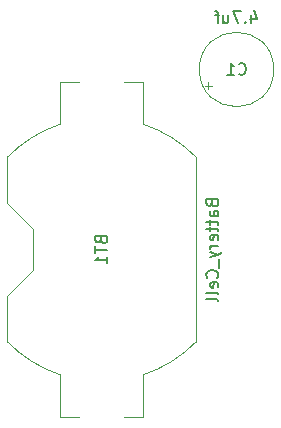
<source format=gbr>
%TF.GenerationSoftware,KiCad,Pcbnew,(5.1.8)-1*%
%TF.CreationDate,2021-08-08T22:25:58+05:30*%
%TF.ProjectId,1st,3173742e-6b69-4636-9164-5f7063625858,rev?*%
%TF.SameCoordinates,Original*%
%TF.FileFunction,Other,Fab,Bot*%
%FSLAX46Y46*%
G04 Gerber Fmt 4.6, Leading zero omitted, Abs format (unit mm)*
G04 Created by KiCad (PCBNEW (5.1.8)-1) date 2021-08-08 22:25:58*
%MOMM*%
%LPD*%
G01*
G04 APERTURE LIST*
%ADD10C,0.100000*%
%ADD11C,0.150000*%
G04 APERTURE END LIST*
D10*
%TO.C,BT1*%
X56260000Y-89082600D02*
X56260000Y-73477400D01*
X40260000Y-85180000D02*
X40260000Y-89082600D01*
X51760000Y-95480000D02*
X50160000Y-95480000D01*
X51760000Y-95480000D02*
X51760000Y-91892750D01*
X42460000Y-82980000D02*
X42460000Y-79580000D01*
X42460000Y-82980000D02*
X40260000Y-85180000D01*
X42460000Y-79580000D02*
X40260000Y-77380000D01*
X40260000Y-77380000D02*
X40260000Y-73477400D01*
X44760000Y-95480000D02*
X44760000Y-91892750D01*
X46360000Y-95480000D02*
X44760000Y-95480000D01*
X51760000Y-67080000D02*
X50160000Y-67080000D01*
X51760000Y-70667250D02*
X51760000Y-67080000D01*
X44760000Y-67080000D02*
X44760000Y-70667250D01*
X46360000Y-67080000D02*
X44760000Y-67080000D01*
X40260008Y-89082602D02*
G75*
G03*
X44760000Y-91892750I7999992J7802602D01*
G01*
X56259992Y-73477398D02*
G75*
G03*
X51760000Y-70667250I-7999992J-7802602D01*
G01*
X40260008Y-73477398D02*
G75*
G02*
X44760000Y-70667250I7999992J-7802602D01*
G01*
X56259992Y-89082602D02*
G75*
G02*
X51760000Y-91892750I-7999992J7802602D01*
G01*
%TO.C,C1*%
X57291028Y-67728500D02*
X57291028Y-67098500D01*
X56976028Y-67413500D02*
X57606028Y-67413500D01*
X62820000Y-66040000D02*
G75*
G03*
X62820000Y-66040000I-3150000J0D01*
G01*
%TD*%
%TO.C,BT1*%
D11*
X57586571Y-77375238D02*
X57634190Y-77518095D01*
X57681809Y-77565714D01*
X57777047Y-77613333D01*
X57919904Y-77613333D01*
X58015142Y-77565714D01*
X58062761Y-77518095D01*
X58110380Y-77422857D01*
X58110380Y-77041904D01*
X57110380Y-77041904D01*
X57110380Y-77375238D01*
X57158000Y-77470476D01*
X57205619Y-77518095D01*
X57300857Y-77565714D01*
X57396095Y-77565714D01*
X57491333Y-77518095D01*
X57538952Y-77470476D01*
X57586571Y-77375238D01*
X57586571Y-77041904D01*
X58110380Y-78470476D02*
X57586571Y-78470476D01*
X57491333Y-78422857D01*
X57443714Y-78327619D01*
X57443714Y-78137142D01*
X57491333Y-78041904D01*
X58062761Y-78470476D02*
X58110380Y-78375238D01*
X58110380Y-78137142D01*
X58062761Y-78041904D01*
X57967523Y-77994285D01*
X57872285Y-77994285D01*
X57777047Y-78041904D01*
X57729428Y-78137142D01*
X57729428Y-78375238D01*
X57681809Y-78470476D01*
X57443714Y-78803809D02*
X57443714Y-79184761D01*
X57110380Y-78946666D02*
X57967523Y-78946666D01*
X58062761Y-78994285D01*
X58110380Y-79089523D01*
X58110380Y-79184761D01*
X57443714Y-79375238D02*
X57443714Y-79756190D01*
X57110380Y-79518095D02*
X57967523Y-79518095D01*
X58062761Y-79565714D01*
X58110380Y-79660952D01*
X58110380Y-79756190D01*
X58062761Y-80470476D02*
X58110380Y-80375238D01*
X58110380Y-80184761D01*
X58062761Y-80089523D01*
X57967523Y-80041904D01*
X57586571Y-80041904D01*
X57491333Y-80089523D01*
X57443714Y-80184761D01*
X57443714Y-80375238D01*
X57491333Y-80470476D01*
X57586571Y-80518095D01*
X57681809Y-80518095D01*
X57777047Y-80041904D01*
X58110380Y-80946666D02*
X57443714Y-80946666D01*
X57634190Y-80946666D02*
X57538952Y-80994285D01*
X57491333Y-81041904D01*
X57443714Y-81137142D01*
X57443714Y-81232380D01*
X57443714Y-81470476D02*
X58110380Y-81708571D01*
X57443714Y-81946666D02*
X58110380Y-81708571D01*
X58348476Y-81613333D01*
X58396095Y-81565714D01*
X58443714Y-81470476D01*
X58205619Y-82089523D02*
X58205619Y-82851428D01*
X58015142Y-83660952D02*
X58062761Y-83613333D01*
X58110380Y-83470476D01*
X58110380Y-83375238D01*
X58062761Y-83232380D01*
X57967523Y-83137142D01*
X57872285Y-83089523D01*
X57681809Y-83041904D01*
X57538952Y-83041904D01*
X57348476Y-83089523D01*
X57253238Y-83137142D01*
X57158000Y-83232380D01*
X57110380Y-83375238D01*
X57110380Y-83470476D01*
X57158000Y-83613333D01*
X57205619Y-83660952D01*
X58062761Y-84470476D02*
X58110380Y-84375238D01*
X58110380Y-84184761D01*
X58062761Y-84089523D01*
X57967523Y-84041904D01*
X57586571Y-84041904D01*
X57491333Y-84089523D01*
X57443714Y-84184761D01*
X57443714Y-84375238D01*
X57491333Y-84470476D01*
X57586571Y-84518095D01*
X57681809Y-84518095D01*
X57777047Y-84041904D01*
X58110380Y-85089523D02*
X58062761Y-84994285D01*
X57967523Y-84946666D01*
X57110380Y-84946666D01*
X58110380Y-85613333D02*
X58062761Y-85518095D01*
X57967523Y-85470476D01*
X57110380Y-85470476D01*
X48188571Y-80494285D02*
X48236190Y-80637142D01*
X48283809Y-80684761D01*
X48379047Y-80732380D01*
X48521904Y-80732380D01*
X48617142Y-80684761D01*
X48664761Y-80637142D01*
X48712380Y-80541904D01*
X48712380Y-80160952D01*
X47712380Y-80160952D01*
X47712380Y-80494285D01*
X47760000Y-80589523D01*
X47807619Y-80637142D01*
X47902857Y-80684761D01*
X47998095Y-80684761D01*
X48093333Y-80637142D01*
X48140952Y-80589523D01*
X48188571Y-80494285D01*
X48188571Y-80160952D01*
X47712380Y-81018095D02*
X47712380Y-81589523D01*
X48712380Y-81303809D02*
X47712380Y-81303809D01*
X48712380Y-82446666D02*
X48712380Y-81875238D01*
X48712380Y-82160952D02*
X47712380Y-82160952D01*
X47855238Y-82065714D01*
X47950476Y-81970476D01*
X47998095Y-81875238D01*
%TO.C,C1*%
X60931904Y-61425714D02*
X60931904Y-62092380D01*
X61170000Y-61044761D02*
X61408095Y-61759047D01*
X60789047Y-61759047D01*
X60408095Y-61997142D02*
X60360476Y-62044761D01*
X60408095Y-62092380D01*
X60455714Y-62044761D01*
X60408095Y-61997142D01*
X60408095Y-62092380D01*
X60027142Y-61092380D02*
X59360476Y-61092380D01*
X59789047Y-62092380D01*
X58550952Y-61425714D02*
X58550952Y-62092380D01*
X58979523Y-61425714D02*
X58979523Y-61949523D01*
X58931904Y-62044761D01*
X58836666Y-62092380D01*
X58693809Y-62092380D01*
X58598571Y-62044761D01*
X58550952Y-61997142D01*
X58217619Y-61425714D02*
X57836666Y-61425714D01*
X58074761Y-62092380D02*
X58074761Y-61235238D01*
X58027142Y-61140000D01*
X57931904Y-61092380D01*
X57836666Y-61092380D01*
X59836666Y-66397142D02*
X59884285Y-66444761D01*
X60027142Y-66492380D01*
X60122380Y-66492380D01*
X60265238Y-66444761D01*
X60360476Y-66349523D01*
X60408095Y-66254285D01*
X60455714Y-66063809D01*
X60455714Y-65920952D01*
X60408095Y-65730476D01*
X60360476Y-65635238D01*
X60265238Y-65540000D01*
X60122380Y-65492380D01*
X60027142Y-65492380D01*
X59884285Y-65540000D01*
X59836666Y-65587619D01*
X58884285Y-66492380D02*
X59455714Y-66492380D01*
X59170000Y-66492380D02*
X59170000Y-65492380D01*
X59265238Y-65635238D01*
X59360476Y-65730476D01*
X59455714Y-65778095D01*
%TD*%
M02*

</source>
